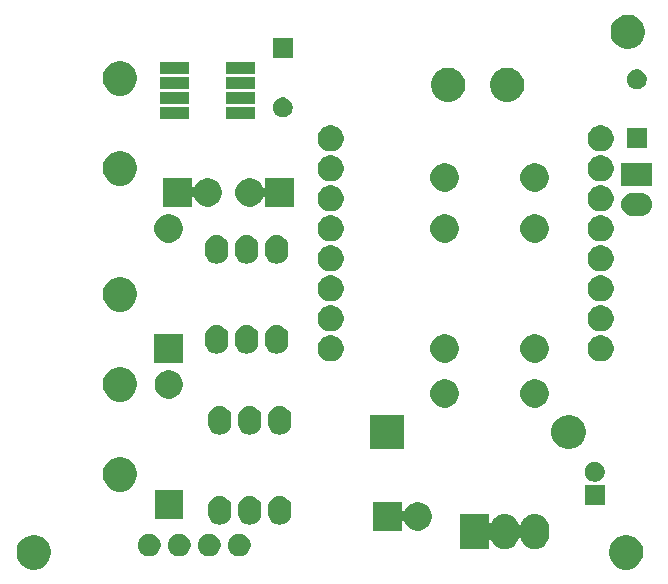
<source format=gbr>
G04 #@! TF.GenerationSoftware,KiCad,Pcbnew,5.0.2-bee76a0~70~ubuntu18.04.1*
G04 #@! TF.CreationDate,2019-09-27T11:54:25+02:00*
G04 #@! TF.ProjectId,Radiateur wemos,52616469-6174-4657-9572-2077656d6f73,rev?*
G04 #@! TF.SameCoordinates,Original*
G04 #@! TF.FileFunction,Soldermask,Top*
G04 #@! TF.FilePolarity,Negative*
%FSLAX46Y46*%
G04 Gerber Fmt 4.6, Leading zero omitted, Abs format (unit mm)*
G04 Created by KiCad (PCBNEW 5.0.2-bee76a0~70~ubuntu18.04.1) date ven. 27 sept. 2019 11:54:25 CEST*
%MOMM*%
%LPD*%
G01*
G04 APERTURE LIST*
%ADD10C,0.100000*%
G04 APERTURE END LIST*
D10*
G36*
X133899947Y-109095722D02*
X134163833Y-109205027D01*
X134401324Y-109363713D01*
X134603287Y-109565676D01*
X134761973Y-109803167D01*
X134871278Y-110067053D01*
X134927000Y-110347186D01*
X134927000Y-110632814D01*
X134871278Y-110912947D01*
X134761973Y-111176833D01*
X134603287Y-111414324D01*
X134401324Y-111616287D01*
X134163833Y-111774973D01*
X133899947Y-111884278D01*
X133619814Y-111940000D01*
X133334186Y-111940000D01*
X133054053Y-111884278D01*
X132790167Y-111774973D01*
X132552676Y-111616287D01*
X132350713Y-111414324D01*
X132192027Y-111176833D01*
X132082722Y-110912947D01*
X132027000Y-110632814D01*
X132027000Y-110347186D01*
X132082722Y-110067053D01*
X132192027Y-109803167D01*
X132350713Y-109565676D01*
X132552676Y-109363713D01*
X132790167Y-109205027D01*
X133054053Y-109095722D01*
X133334186Y-109040000D01*
X133619814Y-109040000D01*
X133899947Y-109095722D01*
X133899947Y-109095722D01*
G37*
G36*
X83734947Y-109095722D02*
X83998833Y-109205027D01*
X84236324Y-109363713D01*
X84438287Y-109565676D01*
X84596973Y-109803167D01*
X84706278Y-110067053D01*
X84762000Y-110347186D01*
X84762000Y-110632814D01*
X84706278Y-110912947D01*
X84596973Y-111176833D01*
X84438287Y-111414324D01*
X84236324Y-111616287D01*
X83998833Y-111774973D01*
X83734947Y-111884278D01*
X83454814Y-111940000D01*
X83169186Y-111940000D01*
X82889053Y-111884278D01*
X82625167Y-111774973D01*
X82387676Y-111616287D01*
X82185713Y-111414324D01*
X82027027Y-111176833D01*
X81917722Y-110912947D01*
X81862000Y-110632814D01*
X81862000Y-110347186D01*
X81917722Y-110067053D01*
X82027027Y-109803167D01*
X82185713Y-109565676D01*
X82387676Y-109363713D01*
X82625167Y-109205027D01*
X82889053Y-109095722D01*
X83169186Y-109040000D01*
X83454814Y-109040000D01*
X83734947Y-109095722D01*
X83734947Y-109095722D01*
G37*
G36*
X93371603Y-108929968D02*
X93371606Y-108929969D01*
X93371605Y-108929969D01*
X93546678Y-109002486D01*
X93546679Y-109002487D01*
X93704241Y-109107767D01*
X93838233Y-109241759D01*
X93838234Y-109241761D01*
X93943514Y-109399322D01*
X93981391Y-109490766D01*
X94016032Y-109574397D01*
X94053000Y-109760250D01*
X94053000Y-109949750D01*
X94016032Y-110135603D01*
X94016031Y-110135605D01*
X93943514Y-110310678D01*
X93943513Y-110310679D01*
X93838233Y-110468241D01*
X93704241Y-110602233D01*
X93658475Y-110632813D01*
X93546678Y-110707514D01*
X93411266Y-110763603D01*
X93371603Y-110780032D01*
X93185750Y-110817000D01*
X92996250Y-110817000D01*
X92810397Y-110780032D01*
X92770734Y-110763603D01*
X92635322Y-110707514D01*
X92523525Y-110632813D01*
X92477759Y-110602233D01*
X92343767Y-110468241D01*
X92238487Y-110310679D01*
X92238486Y-110310678D01*
X92165969Y-110135605D01*
X92165968Y-110135603D01*
X92129000Y-109949750D01*
X92129000Y-109760250D01*
X92165968Y-109574397D01*
X92200609Y-109490766D01*
X92238486Y-109399322D01*
X92343766Y-109241761D01*
X92343767Y-109241759D01*
X92477759Y-109107767D01*
X92635321Y-109002487D01*
X92635322Y-109002486D01*
X92810395Y-108929969D01*
X92810394Y-108929969D01*
X92810397Y-108929968D01*
X92996250Y-108893000D01*
X93185750Y-108893000D01*
X93371603Y-108929968D01*
X93371603Y-108929968D01*
G37*
G36*
X98451603Y-108929968D02*
X98451606Y-108929969D01*
X98451605Y-108929969D01*
X98626678Y-109002486D01*
X98626679Y-109002487D01*
X98784241Y-109107767D01*
X98918233Y-109241759D01*
X98918234Y-109241761D01*
X99023514Y-109399322D01*
X99061391Y-109490766D01*
X99096032Y-109574397D01*
X99133000Y-109760250D01*
X99133000Y-109949750D01*
X99096032Y-110135603D01*
X99096031Y-110135605D01*
X99023514Y-110310678D01*
X99023513Y-110310679D01*
X98918233Y-110468241D01*
X98784241Y-110602233D01*
X98738475Y-110632813D01*
X98626678Y-110707514D01*
X98491266Y-110763603D01*
X98451603Y-110780032D01*
X98265750Y-110817000D01*
X98076250Y-110817000D01*
X97890397Y-110780032D01*
X97850734Y-110763603D01*
X97715322Y-110707514D01*
X97603525Y-110632813D01*
X97557759Y-110602233D01*
X97423767Y-110468241D01*
X97318487Y-110310679D01*
X97318486Y-110310678D01*
X97245969Y-110135605D01*
X97245968Y-110135603D01*
X97209000Y-109949750D01*
X97209000Y-109760250D01*
X97245968Y-109574397D01*
X97280609Y-109490766D01*
X97318486Y-109399322D01*
X97423766Y-109241761D01*
X97423767Y-109241759D01*
X97557759Y-109107767D01*
X97715321Y-109002487D01*
X97715322Y-109002486D01*
X97890395Y-108929969D01*
X97890394Y-108929969D01*
X97890397Y-108929968D01*
X98076250Y-108893000D01*
X98265750Y-108893000D01*
X98451603Y-108929968D01*
X98451603Y-108929968D01*
G37*
G36*
X100991603Y-108929968D02*
X100991606Y-108929969D01*
X100991605Y-108929969D01*
X101166678Y-109002486D01*
X101166679Y-109002487D01*
X101324241Y-109107767D01*
X101458233Y-109241759D01*
X101458234Y-109241761D01*
X101563514Y-109399322D01*
X101601391Y-109490766D01*
X101636032Y-109574397D01*
X101673000Y-109760250D01*
X101673000Y-109949750D01*
X101636032Y-110135603D01*
X101636031Y-110135605D01*
X101563514Y-110310678D01*
X101563513Y-110310679D01*
X101458233Y-110468241D01*
X101324241Y-110602233D01*
X101278475Y-110632813D01*
X101166678Y-110707514D01*
X101031266Y-110763603D01*
X100991603Y-110780032D01*
X100805750Y-110817000D01*
X100616250Y-110817000D01*
X100430397Y-110780032D01*
X100390734Y-110763603D01*
X100255322Y-110707514D01*
X100143525Y-110632813D01*
X100097759Y-110602233D01*
X99963767Y-110468241D01*
X99858487Y-110310679D01*
X99858486Y-110310678D01*
X99785969Y-110135605D01*
X99785968Y-110135603D01*
X99749000Y-109949750D01*
X99749000Y-109760250D01*
X99785968Y-109574397D01*
X99820609Y-109490766D01*
X99858486Y-109399322D01*
X99963766Y-109241761D01*
X99963767Y-109241759D01*
X100097759Y-109107767D01*
X100255321Y-109002487D01*
X100255322Y-109002486D01*
X100430395Y-108929969D01*
X100430394Y-108929969D01*
X100430397Y-108929968D01*
X100616250Y-108893000D01*
X100805750Y-108893000D01*
X100991603Y-108929968D01*
X100991603Y-108929968D01*
G37*
G36*
X95911603Y-108929968D02*
X95911606Y-108929969D01*
X95911605Y-108929969D01*
X96086678Y-109002486D01*
X96086679Y-109002487D01*
X96244241Y-109107767D01*
X96378233Y-109241759D01*
X96378234Y-109241761D01*
X96483514Y-109399322D01*
X96521391Y-109490766D01*
X96556032Y-109574397D01*
X96593000Y-109760250D01*
X96593000Y-109949750D01*
X96556032Y-110135603D01*
X96556031Y-110135605D01*
X96483514Y-110310678D01*
X96483513Y-110310679D01*
X96378233Y-110468241D01*
X96244241Y-110602233D01*
X96198475Y-110632813D01*
X96086678Y-110707514D01*
X95951266Y-110763603D01*
X95911603Y-110780032D01*
X95725750Y-110817000D01*
X95536250Y-110817000D01*
X95350397Y-110780032D01*
X95310734Y-110763603D01*
X95175322Y-110707514D01*
X95063525Y-110632813D01*
X95017759Y-110602233D01*
X94883767Y-110468241D01*
X94778487Y-110310679D01*
X94778486Y-110310678D01*
X94705969Y-110135605D01*
X94705968Y-110135603D01*
X94669000Y-109949750D01*
X94669000Y-109760250D01*
X94705968Y-109574397D01*
X94740609Y-109490766D01*
X94778486Y-109399322D01*
X94883766Y-109241761D01*
X94883767Y-109241759D01*
X95017759Y-109107767D01*
X95175321Y-109002487D01*
X95175322Y-109002486D01*
X95350395Y-108929969D01*
X95350394Y-108929969D01*
X95350397Y-108929968D01*
X95536250Y-108893000D01*
X95725750Y-108893000D01*
X95911603Y-108929968D01*
X95911603Y-108929968D01*
G37*
G36*
X125965240Y-107229363D02*
X126191441Y-107297981D01*
X126191443Y-107297982D01*
X126191446Y-107297983D01*
X126399905Y-107409406D01*
X126399908Y-107409408D01*
X126399909Y-107409409D01*
X126582634Y-107559366D01*
X126582635Y-107559368D01*
X126582637Y-107559369D01*
X126732592Y-107742090D01*
X126844017Y-107950553D01*
X126844017Y-107950554D01*
X126844019Y-107950558D01*
X126912637Y-108176759D01*
X126930000Y-108353050D01*
X126930000Y-109070949D01*
X126912637Y-109247240D01*
X126887250Y-109330929D01*
X126844018Y-109473446D01*
X126732592Y-109681910D01*
X126582634Y-109864634D01*
X126399910Y-110014592D01*
X126191447Y-110126017D01*
X126191444Y-110126018D01*
X126191442Y-110126019D01*
X125965241Y-110194637D01*
X125730000Y-110217806D01*
X125494760Y-110194637D01*
X125268559Y-110126019D01*
X125268557Y-110126018D01*
X125268554Y-110126017D01*
X125060091Y-110014592D01*
X124877367Y-109864634D01*
X124727408Y-109681910D01*
X124615982Y-109473446D01*
X124593497Y-109399322D01*
X124579616Y-109353565D01*
X124570240Y-109330929D01*
X124556626Y-109310555D01*
X124539299Y-109293228D01*
X124518925Y-109279614D01*
X124496286Y-109270236D01*
X124472252Y-109265456D01*
X124447748Y-109265456D01*
X124423715Y-109270236D01*
X124401075Y-109279614D01*
X124380701Y-109293228D01*
X124363374Y-109310555D01*
X124349760Y-109330929D01*
X124340383Y-109353567D01*
X124337305Y-109363713D01*
X124304018Y-109473446D01*
X124192592Y-109681910D01*
X124042634Y-109864634D01*
X123859910Y-110014592D01*
X123651447Y-110126017D01*
X123651444Y-110126018D01*
X123651442Y-110126019D01*
X123425241Y-110194637D01*
X123190000Y-110217806D01*
X122954760Y-110194637D01*
X122728559Y-110126019D01*
X122728557Y-110126018D01*
X122728554Y-110126017D01*
X122520091Y-110014592D01*
X122337367Y-109864634D01*
X122187408Y-109681910D01*
X122085240Y-109490766D01*
X122071626Y-109470391D01*
X122054299Y-109453064D01*
X122033925Y-109439450D01*
X122011286Y-109430073D01*
X121987252Y-109425292D01*
X121962748Y-109425292D01*
X121938715Y-109430072D01*
X121916076Y-109439450D01*
X121895701Y-109453064D01*
X121878374Y-109470391D01*
X121864760Y-109490765D01*
X121855383Y-109513404D01*
X121850602Y-109537438D01*
X121850000Y-109549690D01*
X121850000Y-110212000D01*
X119450000Y-110212000D01*
X119450000Y-107212000D01*
X121850000Y-107212000D01*
X121850000Y-107874311D01*
X121852402Y-107898697D01*
X121859515Y-107922146D01*
X121871066Y-107943757D01*
X121886612Y-107962699D01*
X121905554Y-107978245D01*
X121927165Y-107989796D01*
X121950614Y-107996909D01*
X121975000Y-107999311D01*
X121999386Y-107996909D01*
X122022835Y-107989796D01*
X122044446Y-107978245D01*
X122063388Y-107962699D01*
X122078934Y-107943757D01*
X122085240Y-107933235D01*
X122187406Y-107742095D01*
X122228305Y-107692259D01*
X122337366Y-107559366D01*
X122337368Y-107559365D01*
X122337369Y-107559363D01*
X122520090Y-107409408D01*
X122728553Y-107297983D01*
X122728556Y-107297982D01*
X122728558Y-107297981D01*
X122954759Y-107229363D01*
X123190000Y-107206194D01*
X123425240Y-107229363D01*
X123651441Y-107297981D01*
X123651443Y-107297982D01*
X123651446Y-107297983D01*
X123859905Y-107409406D01*
X123859908Y-107409408D01*
X123859909Y-107409409D01*
X124042634Y-107559366D01*
X124042635Y-107559368D01*
X124042637Y-107559369D01*
X124192592Y-107742090D01*
X124304018Y-107950554D01*
X124307702Y-107962699D01*
X124340384Y-108070435D01*
X124349760Y-108093071D01*
X124363374Y-108113445D01*
X124380701Y-108130772D01*
X124401075Y-108144386D01*
X124423714Y-108153764D01*
X124447748Y-108158544D01*
X124472252Y-108158544D01*
X124496285Y-108153764D01*
X124518925Y-108144386D01*
X124539299Y-108130772D01*
X124556626Y-108113445D01*
X124570240Y-108093071D01*
X124579617Y-108070432D01*
X124615980Y-107950559D01*
X124727406Y-107742095D01*
X124768305Y-107692259D01*
X124877366Y-107559366D01*
X124877368Y-107559365D01*
X124877369Y-107559363D01*
X125060090Y-107409408D01*
X125268553Y-107297983D01*
X125268556Y-107297982D01*
X125268558Y-107297981D01*
X125494759Y-107229363D01*
X125730000Y-107206194D01*
X125965240Y-107229363D01*
X125965240Y-107229363D01*
G37*
G36*
X114484000Y-106912877D02*
X114486402Y-106937263D01*
X114493515Y-106960712D01*
X114505066Y-106982323D01*
X114520612Y-107001265D01*
X114539554Y-107016811D01*
X114561165Y-107028362D01*
X114584614Y-107035475D01*
X114609000Y-107037877D01*
X114633386Y-107035475D01*
X114656835Y-107028362D01*
X114678446Y-107016811D01*
X114697388Y-107001265D01*
X114712934Y-106982323D01*
X114724485Y-106960712D01*
X114760573Y-106873588D01*
X114891901Y-106677042D01*
X115059042Y-106509901D01*
X115255588Y-106378573D01*
X115473974Y-106288115D01*
X115705809Y-106242000D01*
X115942191Y-106242000D01*
X116174026Y-106288115D01*
X116392412Y-106378573D01*
X116588958Y-106509901D01*
X116756099Y-106677042D01*
X116887427Y-106873588D01*
X116977885Y-107091974D01*
X117024000Y-107323809D01*
X117024000Y-107560191D01*
X116977885Y-107792026D01*
X116887427Y-108010412D01*
X116756099Y-108206958D01*
X116588958Y-108374099D01*
X116392412Y-108505427D01*
X116174026Y-108595885D01*
X115942191Y-108642000D01*
X115705809Y-108642000D01*
X115473974Y-108595885D01*
X115255588Y-108505427D01*
X115059042Y-108374099D01*
X114891901Y-108206958D01*
X114760573Y-108010412D01*
X114724485Y-107923288D01*
X114712934Y-107901677D01*
X114697388Y-107882735D01*
X114678446Y-107867189D01*
X114656835Y-107855638D01*
X114633386Y-107848525D01*
X114609000Y-107846123D01*
X114584614Y-107848525D01*
X114561165Y-107855638D01*
X114539554Y-107867189D01*
X114520612Y-107882735D01*
X114505066Y-107901677D01*
X114493515Y-107923288D01*
X114486402Y-107946737D01*
X114484000Y-107971123D01*
X114484000Y-108642000D01*
X112084000Y-108642000D01*
X112084000Y-106242000D01*
X114484000Y-106242000D01*
X114484000Y-106912877D01*
X114484000Y-106912877D01*
G37*
G36*
X99256029Y-105748469D02*
X99256032Y-105748470D01*
X99256033Y-105748470D01*
X99444534Y-105805651D01*
X99444536Y-105805652D01*
X99444539Y-105805653D01*
X99618258Y-105898507D01*
X99770528Y-106023472D01*
X99895491Y-106175740D01*
X99895492Y-106175742D01*
X99988349Y-106349465D01*
X100038260Y-106514000D01*
X100045531Y-106537970D01*
X100060000Y-106684876D01*
X100060000Y-107183123D01*
X100045531Y-107330029D01*
X100045530Y-107330032D01*
X100045530Y-107330033D01*
X99988349Y-107518535D01*
X99988347Y-107518539D01*
X99895493Y-107692258D01*
X99770528Y-107844528D01*
X99618260Y-107969491D01*
X99562471Y-107999311D01*
X99444535Y-108062349D01*
X99256034Y-108119530D01*
X99256033Y-108119530D01*
X99256030Y-108119531D01*
X99060000Y-108138838D01*
X98863971Y-108119531D01*
X98863968Y-108119530D01*
X98863967Y-108119530D01*
X98675466Y-108062349D01*
X98557530Y-107999311D01*
X98501741Y-107969491D01*
X98349473Y-107844528D01*
X98224509Y-107692259D01*
X98131652Y-107518537D01*
X98074469Y-107330030D01*
X98060000Y-107183124D01*
X98060000Y-106684877D01*
X98074469Y-106537971D01*
X98074470Y-106537967D01*
X98131651Y-106349466D01*
X98131652Y-106349464D01*
X98131653Y-106349461D01*
X98224507Y-106175742D01*
X98349472Y-106023472D01*
X98501740Y-105898509D01*
X98675463Y-105805652D01*
X98675465Y-105805651D01*
X98863966Y-105748470D01*
X98863967Y-105748470D01*
X98863970Y-105748469D01*
X99060000Y-105729162D01*
X99256029Y-105748469D01*
X99256029Y-105748469D01*
G37*
G36*
X101796029Y-105748469D02*
X101796032Y-105748470D01*
X101796033Y-105748470D01*
X101984534Y-105805651D01*
X101984536Y-105805652D01*
X101984539Y-105805653D01*
X102158258Y-105898507D01*
X102310528Y-106023472D01*
X102435491Y-106175740D01*
X102435492Y-106175742D01*
X102528349Y-106349465D01*
X102578260Y-106514000D01*
X102585531Y-106537970D01*
X102600000Y-106684876D01*
X102600000Y-107183123D01*
X102585531Y-107330029D01*
X102585530Y-107330032D01*
X102585530Y-107330033D01*
X102528349Y-107518535D01*
X102528347Y-107518539D01*
X102435493Y-107692258D01*
X102310528Y-107844528D01*
X102158260Y-107969491D01*
X102102471Y-107999311D01*
X101984535Y-108062349D01*
X101796034Y-108119530D01*
X101796033Y-108119530D01*
X101796030Y-108119531D01*
X101600000Y-108138838D01*
X101403971Y-108119531D01*
X101403968Y-108119530D01*
X101403967Y-108119530D01*
X101215466Y-108062349D01*
X101097530Y-107999311D01*
X101041741Y-107969491D01*
X100889473Y-107844528D01*
X100764509Y-107692259D01*
X100671652Y-107518537D01*
X100614469Y-107330030D01*
X100600000Y-107183124D01*
X100600000Y-106684877D01*
X100614469Y-106537971D01*
X100614470Y-106537967D01*
X100671651Y-106349466D01*
X100671652Y-106349464D01*
X100671653Y-106349461D01*
X100764507Y-106175742D01*
X100889472Y-106023472D01*
X101041740Y-105898509D01*
X101215463Y-105805652D01*
X101215465Y-105805651D01*
X101403966Y-105748470D01*
X101403967Y-105748470D01*
X101403970Y-105748469D01*
X101600000Y-105729162D01*
X101796029Y-105748469D01*
X101796029Y-105748469D01*
G37*
G36*
X104336029Y-105748469D02*
X104336032Y-105748470D01*
X104336033Y-105748470D01*
X104524534Y-105805651D01*
X104524536Y-105805652D01*
X104524539Y-105805653D01*
X104698258Y-105898507D01*
X104850528Y-106023472D01*
X104975491Y-106175740D01*
X104975492Y-106175742D01*
X105068349Y-106349465D01*
X105118260Y-106514000D01*
X105125531Y-106537970D01*
X105140000Y-106684876D01*
X105140000Y-107183123D01*
X105125531Y-107330029D01*
X105125530Y-107330032D01*
X105125530Y-107330033D01*
X105068349Y-107518535D01*
X105068347Y-107518539D01*
X104975493Y-107692258D01*
X104850528Y-107844528D01*
X104698260Y-107969491D01*
X104642471Y-107999311D01*
X104524535Y-108062349D01*
X104336034Y-108119530D01*
X104336033Y-108119530D01*
X104336030Y-108119531D01*
X104140000Y-108138838D01*
X103943971Y-108119531D01*
X103943968Y-108119530D01*
X103943967Y-108119530D01*
X103755466Y-108062349D01*
X103637530Y-107999311D01*
X103581741Y-107969491D01*
X103429473Y-107844528D01*
X103304509Y-107692259D01*
X103211652Y-107518537D01*
X103154469Y-107330030D01*
X103140000Y-107183124D01*
X103140000Y-106684877D01*
X103154469Y-106537971D01*
X103154470Y-106537967D01*
X103211651Y-106349466D01*
X103211652Y-106349464D01*
X103211653Y-106349461D01*
X103304507Y-106175742D01*
X103429472Y-106023472D01*
X103581740Y-105898509D01*
X103755463Y-105805652D01*
X103755465Y-105805651D01*
X103943966Y-105748470D01*
X103943967Y-105748470D01*
X103943970Y-105748469D01*
X104140000Y-105729162D01*
X104336029Y-105748469D01*
X104336029Y-105748469D01*
G37*
G36*
X95946570Y-107625490D02*
X93547590Y-107625490D01*
X93547590Y-105226510D01*
X95946570Y-105226510D01*
X95946570Y-107625490D01*
X95946570Y-107625490D01*
G37*
G36*
X131660000Y-106514000D02*
X129960000Y-106514000D01*
X129960000Y-104814000D01*
X131660000Y-104814000D01*
X131660000Y-106514000D01*
X131660000Y-106514000D01*
G37*
G36*
X91036947Y-102491722D02*
X91300833Y-102601027D01*
X91538324Y-102759713D01*
X91740287Y-102961676D01*
X91898973Y-103199167D01*
X92008278Y-103463053D01*
X92064000Y-103743186D01*
X92064000Y-104028814D01*
X92008278Y-104308947D01*
X91898973Y-104572833D01*
X91740287Y-104810324D01*
X91538324Y-105012287D01*
X91300833Y-105170973D01*
X91036947Y-105280278D01*
X90756814Y-105336000D01*
X90471186Y-105336000D01*
X90191053Y-105280278D01*
X89927167Y-105170973D01*
X89689676Y-105012287D01*
X89487713Y-104810324D01*
X89329027Y-104572833D01*
X89219722Y-104308947D01*
X89164000Y-104028814D01*
X89164000Y-103743186D01*
X89219722Y-103463053D01*
X89329027Y-103199167D01*
X89487713Y-102961676D01*
X89689676Y-102759713D01*
X89927167Y-102601027D01*
X90191053Y-102491722D01*
X90471186Y-102436000D01*
X90756814Y-102436000D01*
X91036947Y-102491722D01*
X91036947Y-102491722D01*
G37*
G36*
X131057934Y-102846664D02*
X131212627Y-102910740D01*
X131351847Y-103003764D01*
X131470236Y-103122153D01*
X131563260Y-103261373D01*
X131627336Y-103416066D01*
X131660000Y-103580281D01*
X131660000Y-103747719D01*
X131627336Y-103911934D01*
X131563260Y-104066627D01*
X131470236Y-104205847D01*
X131351847Y-104324236D01*
X131212627Y-104417260D01*
X131057934Y-104481336D01*
X130893719Y-104514000D01*
X130726281Y-104514000D01*
X130562066Y-104481336D01*
X130407373Y-104417260D01*
X130268153Y-104324236D01*
X130149764Y-104205847D01*
X130056740Y-104066627D01*
X129992664Y-103911934D01*
X129960000Y-103747719D01*
X129960000Y-103580281D01*
X129992664Y-103416066D01*
X130056740Y-103261373D01*
X130149764Y-103122153D01*
X130268153Y-103003764D01*
X130407373Y-102910740D01*
X130562066Y-102846664D01*
X130726281Y-102814000D01*
X130893719Y-102814000D01*
X131057934Y-102846664D01*
X131057934Y-102846664D01*
G37*
G36*
X129026947Y-98903722D02*
X129290833Y-99013027D01*
X129528324Y-99171713D01*
X129730287Y-99373676D01*
X129888973Y-99611167D01*
X129998278Y-99875053D01*
X130054000Y-100155186D01*
X130054000Y-100440814D01*
X129998278Y-100720947D01*
X129888973Y-100984833D01*
X129730287Y-101222324D01*
X129528324Y-101424287D01*
X129290833Y-101582973D01*
X129026947Y-101692278D01*
X128746814Y-101748000D01*
X128461186Y-101748000D01*
X128181053Y-101692278D01*
X127917167Y-101582973D01*
X127679676Y-101424287D01*
X127477713Y-101222324D01*
X127319027Y-100984833D01*
X127209722Y-100720947D01*
X127154000Y-100440814D01*
X127154000Y-100155186D01*
X127209722Y-99875053D01*
X127319027Y-99611167D01*
X127477713Y-99373676D01*
X127679676Y-99171713D01*
X127917167Y-99013027D01*
X128181053Y-98903722D01*
X128461186Y-98848000D01*
X128746814Y-98848000D01*
X129026947Y-98903722D01*
X129026947Y-98903722D01*
G37*
G36*
X114654000Y-101748000D02*
X111754000Y-101748000D01*
X111754000Y-98848000D01*
X114654000Y-98848000D01*
X114654000Y-101748000D01*
X114654000Y-101748000D01*
G37*
G36*
X104336029Y-98128469D02*
X104336032Y-98128470D01*
X104336033Y-98128470D01*
X104524534Y-98185651D01*
X104524536Y-98185652D01*
X104524539Y-98185653D01*
X104698258Y-98278507D01*
X104850528Y-98403472D01*
X104975491Y-98555740D01*
X105068348Y-98729463D01*
X105125531Y-98917970D01*
X105140000Y-99064876D01*
X105140000Y-99563123D01*
X105125531Y-99710029D01*
X105125530Y-99710032D01*
X105125530Y-99710033D01*
X105068349Y-99898535D01*
X105068347Y-99898539D01*
X104975493Y-100072258D01*
X104850528Y-100224528D01*
X104698260Y-100349491D01*
X104698258Y-100349492D01*
X104524535Y-100442349D01*
X104336034Y-100499530D01*
X104336033Y-100499530D01*
X104336030Y-100499531D01*
X104140000Y-100518838D01*
X103943971Y-100499531D01*
X103943968Y-100499530D01*
X103943967Y-100499530D01*
X103755466Y-100442349D01*
X103581743Y-100349492D01*
X103581741Y-100349491D01*
X103429473Y-100224528D01*
X103304509Y-100072259D01*
X103211652Y-99898537D01*
X103204528Y-99875051D01*
X103154470Y-99710034D01*
X103154470Y-99710033D01*
X103154469Y-99710030D01*
X103140000Y-99563124D01*
X103140000Y-99064877D01*
X103154469Y-98917971D01*
X103154470Y-98917967D01*
X103211651Y-98729466D01*
X103211652Y-98729464D01*
X103211653Y-98729461D01*
X103304507Y-98555742D01*
X103429472Y-98403472D01*
X103581740Y-98278509D01*
X103755463Y-98185652D01*
X103755465Y-98185651D01*
X103943966Y-98128470D01*
X103943967Y-98128470D01*
X103943970Y-98128469D01*
X104140000Y-98109162D01*
X104336029Y-98128469D01*
X104336029Y-98128469D01*
G37*
G36*
X99256029Y-98128469D02*
X99256032Y-98128470D01*
X99256033Y-98128470D01*
X99444534Y-98185651D01*
X99444536Y-98185652D01*
X99444539Y-98185653D01*
X99618258Y-98278507D01*
X99770528Y-98403472D01*
X99895491Y-98555740D01*
X99988348Y-98729463D01*
X100045531Y-98917970D01*
X100060000Y-99064876D01*
X100060000Y-99563123D01*
X100045531Y-99710029D01*
X100045530Y-99710032D01*
X100045530Y-99710033D01*
X99988349Y-99898535D01*
X99988347Y-99898539D01*
X99895493Y-100072258D01*
X99770528Y-100224528D01*
X99618260Y-100349491D01*
X99618258Y-100349492D01*
X99444535Y-100442349D01*
X99256034Y-100499530D01*
X99256033Y-100499530D01*
X99256030Y-100499531D01*
X99060000Y-100518838D01*
X98863971Y-100499531D01*
X98863968Y-100499530D01*
X98863967Y-100499530D01*
X98675466Y-100442349D01*
X98501743Y-100349492D01*
X98501741Y-100349491D01*
X98349473Y-100224528D01*
X98224509Y-100072259D01*
X98131652Y-99898537D01*
X98124528Y-99875051D01*
X98074470Y-99710034D01*
X98074470Y-99710033D01*
X98074469Y-99710030D01*
X98060000Y-99563124D01*
X98060000Y-99064877D01*
X98074469Y-98917971D01*
X98074470Y-98917967D01*
X98131651Y-98729466D01*
X98131652Y-98729464D01*
X98131653Y-98729461D01*
X98224507Y-98555742D01*
X98349472Y-98403472D01*
X98501740Y-98278509D01*
X98675463Y-98185652D01*
X98675465Y-98185651D01*
X98863966Y-98128470D01*
X98863967Y-98128470D01*
X98863970Y-98128469D01*
X99060000Y-98109162D01*
X99256029Y-98128469D01*
X99256029Y-98128469D01*
G37*
G36*
X101796029Y-98128469D02*
X101796032Y-98128470D01*
X101796033Y-98128470D01*
X101984534Y-98185651D01*
X101984536Y-98185652D01*
X101984539Y-98185653D01*
X102158258Y-98278507D01*
X102310528Y-98403472D01*
X102435491Y-98555740D01*
X102528348Y-98729463D01*
X102585531Y-98917970D01*
X102600000Y-99064876D01*
X102600000Y-99563123D01*
X102585531Y-99710029D01*
X102585530Y-99710032D01*
X102585530Y-99710033D01*
X102528349Y-99898535D01*
X102528347Y-99898539D01*
X102435493Y-100072258D01*
X102310528Y-100224528D01*
X102158260Y-100349491D01*
X102158258Y-100349492D01*
X101984535Y-100442349D01*
X101796034Y-100499530D01*
X101796033Y-100499530D01*
X101796030Y-100499531D01*
X101600000Y-100518838D01*
X101403971Y-100499531D01*
X101403968Y-100499530D01*
X101403967Y-100499530D01*
X101215466Y-100442349D01*
X101041743Y-100349492D01*
X101041741Y-100349491D01*
X100889473Y-100224528D01*
X100764509Y-100072259D01*
X100671652Y-99898537D01*
X100664528Y-99875051D01*
X100614470Y-99710034D01*
X100614470Y-99710033D01*
X100614469Y-99710030D01*
X100600000Y-99563124D01*
X100600000Y-99064877D01*
X100614469Y-98917971D01*
X100614470Y-98917967D01*
X100671651Y-98729466D01*
X100671652Y-98729464D01*
X100671653Y-98729461D01*
X100764507Y-98555742D01*
X100889472Y-98403472D01*
X101041740Y-98278509D01*
X101215463Y-98185652D01*
X101215465Y-98185651D01*
X101403966Y-98128470D01*
X101403967Y-98128470D01*
X101403970Y-98128469D01*
X101600000Y-98109162D01*
X101796029Y-98128469D01*
X101796029Y-98128469D01*
G37*
G36*
X118459876Y-95874605D02*
X118678172Y-95965026D01*
X118874633Y-96096297D01*
X119041703Y-96263367D01*
X119172974Y-96459828D01*
X119263395Y-96678124D01*
X119309490Y-96909859D01*
X119309490Y-97146141D01*
X119263395Y-97377876D01*
X119172974Y-97596172D01*
X119041703Y-97792633D01*
X118874633Y-97959703D01*
X118678172Y-98090974D01*
X118459876Y-98181395D01*
X118228141Y-98227490D01*
X117991859Y-98227490D01*
X117760124Y-98181395D01*
X117541828Y-98090974D01*
X117345367Y-97959703D01*
X117178297Y-97792633D01*
X117047026Y-97596172D01*
X116956605Y-97377876D01*
X116910510Y-97146141D01*
X116910510Y-96909859D01*
X116956605Y-96678124D01*
X117047026Y-96459828D01*
X117178297Y-96263367D01*
X117345367Y-96096297D01*
X117541828Y-95965026D01*
X117760124Y-95874605D01*
X117991859Y-95828510D01*
X118228141Y-95828510D01*
X118459876Y-95874605D01*
X118459876Y-95874605D01*
G37*
G36*
X126079876Y-95874605D02*
X126298172Y-95965026D01*
X126494633Y-96096297D01*
X126661703Y-96263367D01*
X126792974Y-96459828D01*
X126883395Y-96678124D01*
X126929490Y-96909859D01*
X126929490Y-97146141D01*
X126883395Y-97377876D01*
X126792974Y-97596172D01*
X126661703Y-97792633D01*
X126494633Y-97959703D01*
X126298172Y-98090974D01*
X126079876Y-98181395D01*
X125848141Y-98227490D01*
X125611859Y-98227490D01*
X125380124Y-98181395D01*
X125161828Y-98090974D01*
X124965367Y-97959703D01*
X124798297Y-97792633D01*
X124667026Y-97596172D01*
X124576605Y-97377876D01*
X124530510Y-97146141D01*
X124530510Y-96909859D01*
X124576605Y-96678124D01*
X124667026Y-96459828D01*
X124798297Y-96263367D01*
X124965367Y-96096297D01*
X125161828Y-95965026D01*
X125380124Y-95874605D01*
X125611859Y-95828510D01*
X125848141Y-95828510D01*
X126079876Y-95874605D01*
X126079876Y-95874605D01*
G37*
G36*
X91036947Y-94871722D02*
X91300833Y-94981027D01*
X91538324Y-95139713D01*
X91740287Y-95341676D01*
X91898973Y-95579167D01*
X92008278Y-95843053D01*
X92064000Y-96123186D01*
X92064000Y-96408814D01*
X92008278Y-96688947D01*
X91898973Y-96952833D01*
X91740287Y-97190324D01*
X91538324Y-97392287D01*
X91300833Y-97550973D01*
X91036947Y-97660278D01*
X90756814Y-97716000D01*
X90471186Y-97716000D01*
X90191053Y-97660278D01*
X89927167Y-97550973D01*
X89689676Y-97392287D01*
X89487713Y-97190324D01*
X89329027Y-96952833D01*
X89219722Y-96688947D01*
X89164000Y-96408814D01*
X89164000Y-96123186D01*
X89219722Y-95843053D01*
X89329027Y-95579167D01*
X89487713Y-95341676D01*
X89689676Y-95139713D01*
X89927167Y-94981027D01*
X90191053Y-94871722D01*
X90471186Y-94816000D01*
X90756814Y-94816000D01*
X91036947Y-94871722D01*
X91036947Y-94871722D01*
G37*
G36*
X95096956Y-95112605D02*
X95315252Y-95203026D01*
X95511713Y-95334297D01*
X95678783Y-95501367D01*
X95810054Y-95697828D01*
X95900475Y-95916124D01*
X95946570Y-96147859D01*
X95946570Y-96384141D01*
X95900475Y-96615876D01*
X95810054Y-96834172D01*
X95678783Y-97030633D01*
X95511713Y-97197703D01*
X95315252Y-97328974D01*
X95096956Y-97419395D01*
X94865221Y-97465490D01*
X94628939Y-97465490D01*
X94397204Y-97419395D01*
X94178908Y-97328974D01*
X93982447Y-97197703D01*
X93815377Y-97030633D01*
X93684106Y-96834172D01*
X93593685Y-96615876D01*
X93547590Y-96384141D01*
X93547590Y-96147859D01*
X93593685Y-95916124D01*
X93684106Y-95697828D01*
X93815377Y-95501367D01*
X93982447Y-95334297D01*
X94178908Y-95203026D01*
X94397204Y-95112605D01*
X94628939Y-95066510D01*
X94865221Y-95066510D01*
X95096956Y-95112605D01*
X95096956Y-95112605D01*
G37*
G36*
X118459876Y-92064605D02*
X118678172Y-92155026D01*
X118874633Y-92286297D01*
X119041703Y-92453367D01*
X119172974Y-92649828D01*
X119263395Y-92868124D01*
X119309490Y-93099859D01*
X119309490Y-93336141D01*
X119263395Y-93567876D01*
X119172974Y-93786172D01*
X119041703Y-93982633D01*
X118874633Y-94149703D01*
X118678172Y-94280974D01*
X118459876Y-94371395D01*
X118228141Y-94417490D01*
X117991859Y-94417490D01*
X117760124Y-94371395D01*
X117541828Y-94280974D01*
X117345367Y-94149703D01*
X117178297Y-93982633D01*
X117047026Y-93786172D01*
X116956605Y-93567876D01*
X116910510Y-93336141D01*
X116910510Y-93099859D01*
X116956605Y-92868124D01*
X117047026Y-92649828D01*
X117178297Y-92453367D01*
X117345367Y-92286297D01*
X117541828Y-92155026D01*
X117760124Y-92064605D01*
X117991859Y-92018510D01*
X118228141Y-92018510D01*
X118459876Y-92064605D01*
X118459876Y-92064605D01*
G37*
G36*
X126079876Y-92064605D02*
X126298172Y-92155026D01*
X126494633Y-92286297D01*
X126661703Y-92453367D01*
X126792974Y-92649828D01*
X126883395Y-92868124D01*
X126929490Y-93099859D01*
X126929490Y-93336141D01*
X126883395Y-93567876D01*
X126792974Y-93786172D01*
X126661703Y-93982633D01*
X126494633Y-94149703D01*
X126298172Y-94280974D01*
X126079876Y-94371395D01*
X125848141Y-94417490D01*
X125611859Y-94417490D01*
X125380124Y-94371395D01*
X125161828Y-94280974D01*
X124965367Y-94149703D01*
X124798297Y-93982633D01*
X124667026Y-93786172D01*
X124576605Y-93567876D01*
X124530510Y-93336141D01*
X124530510Y-93099859D01*
X124576605Y-92868124D01*
X124667026Y-92649828D01*
X124798297Y-92453367D01*
X124965367Y-92286297D01*
X125161828Y-92155026D01*
X125380124Y-92064605D01*
X125611859Y-92018510D01*
X125848141Y-92018510D01*
X126079876Y-92064605D01*
X126079876Y-92064605D01*
G37*
G36*
X95933870Y-94417490D02*
X93534890Y-94417490D01*
X93534890Y-92018510D01*
X95933870Y-92018510D01*
X95933870Y-94417490D01*
X95933870Y-94417490D01*
G37*
G36*
X108778857Y-92160272D02*
X108979042Y-92243191D01*
X108979045Y-92243193D01*
X109043555Y-92286297D01*
X109159213Y-92363578D01*
X109312422Y-92516787D01*
X109432809Y-92696958D01*
X109515728Y-92897143D01*
X109558000Y-93109658D01*
X109558000Y-93326342D01*
X109515728Y-93538857D01*
X109432809Y-93739042D01*
X109312422Y-93919213D01*
X109159213Y-94072422D01*
X109159210Y-94072424D01*
X109159209Y-94072425D01*
X108979045Y-94192807D01*
X108979042Y-94192809D01*
X108778857Y-94275728D01*
X108566342Y-94318000D01*
X108349658Y-94318000D01*
X108137143Y-94275728D01*
X107936958Y-94192809D01*
X107936955Y-94192807D01*
X107756791Y-94072425D01*
X107756790Y-94072424D01*
X107756787Y-94072422D01*
X107603578Y-93919213D01*
X107483191Y-93739042D01*
X107400272Y-93538857D01*
X107358000Y-93326342D01*
X107358000Y-93109658D01*
X107400272Y-92897143D01*
X107483191Y-92696958D01*
X107603578Y-92516787D01*
X107756787Y-92363578D01*
X107872446Y-92286297D01*
X107936955Y-92243193D01*
X107936958Y-92243191D01*
X108137143Y-92160272D01*
X108349658Y-92118000D01*
X108566342Y-92118000D01*
X108778857Y-92160272D01*
X108778857Y-92160272D01*
G37*
G36*
X131638857Y-92160272D02*
X131839042Y-92243191D01*
X131839045Y-92243193D01*
X131903555Y-92286297D01*
X132019213Y-92363578D01*
X132172422Y-92516787D01*
X132292809Y-92696958D01*
X132375728Y-92897143D01*
X132418000Y-93109658D01*
X132418000Y-93326342D01*
X132375728Y-93538857D01*
X132292809Y-93739042D01*
X132172422Y-93919213D01*
X132019213Y-94072422D01*
X132019210Y-94072424D01*
X132019209Y-94072425D01*
X131839045Y-94192807D01*
X131839042Y-94192809D01*
X131638857Y-94275728D01*
X131426342Y-94318000D01*
X131209658Y-94318000D01*
X130997143Y-94275728D01*
X130796958Y-94192809D01*
X130796955Y-94192807D01*
X130616791Y-94072425D01*
X130616790Y-94072424D01*
X130616787Y-94072422D01*
X130463578Y-93919213D01*
X130343191Y-93739042D01*
X130260272Y-93538857D01*
X130218000Y-93326342D01*
X130218000Y-93109658D01*
X130260272Y-92897143D01*
X130343191Y-92696958D01*
X130463578Y-92516787D01*
X130616787Y-92363578D01*
X130732446Y-92286297D01*
X130796955Y-92243193D01*
X130796958Y-92243191D01*
X130997143Y-92160272D01*
X131209658Y-92118000D01*
X131426342Y-92118000D01*
X131638857Y-92160272D01*
X131638857Y-92160272D01*
G37*
G36*
X99002029Y-91270469D02*
X99002032Y-91270470D01*
X99002033Y-91270470D01*
X99190534Y-91327651D01*
X99190536Y-91327652D01*
X99190539Y-91327653D01*
X99364258Y-91420507D01*
X99516528Y-91545472D01*
X99641491Y-91697740D01*
X99734348Y-91871463D01*
X99791531Y-92059970D01*
X99806000Y-92206876D01*
X99806000Y-92705123D01*
X99791531Y-92852029D01*
X99791530Y-92852032D01*
X99791530Y-92852033D01*
X99734349Y-93040535D01*
X99734347Y-93040539D01*
X99641493Y-93214258D01*
X99516528Y-93366528D01*
X99364260Y-93491491D01*
X99275643Y-93538858D01*
X99190535Y-93584349D01*
X99002034Y-93641530D01*
X99002033Y-93641530D01*
X99002030Y-93641531D01*
X98806000Y-93660838D01*
X98609971Y-93641531D01*
X98609968Y-93641530D01*
X98609967Y-93641530D01*
X98421466Y-93584349D01*
X98336358Y-93538858D01*
X98247741Y-93491491D01*
X98095473Y-93366528D01*
X97970509Y-93214259D01*
X97877652Y-93040537D01*
X97834154Y-92897142D01*
X97820470Y-92852034D01*
X97820470Y-92852033D01*
X97820469Y-92852030D01*
X97806000Y-92705124D01*
X97806000Y-92206877D01*
X97820469Y-92059971D01*
X97820470Y-92059967D01*
X97877651Y-91871466D01*
X97877652Y-91871464D01*
X97877653Y-91871461D01*
X97970507Y-91697742D01*
X98095472Y-91545472D01*
X98247740Y-91420509D01*
X98421463Y-91327652D01*
X98421465Y-91327651D01*
X98609966Y-91270470D01*
X98609967Y-91270470D01*
X98609970Y-91270469D01*
X98806000Y-91251162D01*
X99002029Y-91270469D01*
X99002029Y-91270469D01*
G37*
G36*
X101542029Y-91270469D02*
X101542032Y-91270470D01*
X101542033Y-91270470D01*
X101730534Y-91327651D01*
X101730536Y-91327652D01*
X101730539Y-91327653D01*
X101904258Y-91420507D01*
X102056528Y-91545472D01*
X102181491Y-91697740D01*
X102274348Y-91871463D01*
X102331531Y-92059970D01*
X102346000Y-92206876D01*
X102346000Y-92705123D01*
X102331531Y-92852029D01*
X102331530Y-92852032D01*
X102331530Y-92852033D01*
X102274349Y-93040535D01*
X102274347Y-93040539D01*
X102181493Y-93214258D01*
X102056528Y-93366528D01*
X101904260Y-93491491D01*
X101815643Y-93538858D01*
X101730535Y-93584349D01*
X101542034Y-93641530D01*
X101542033Y-93641530D01*
X101542030Y-93641531D01*
X101346000Y-93660838D01*
X101149971Y-93641531D01*
X101149968Y-93641530D01*
X101149967Y-93641530D01*
X100961466Y-93584349D01*
X100876358Y-93538858D01*
X100787741Y-93491491D01*
X100635473Y-93366528D01*
X100510509Y-93214259D01*
X100417652Y-93040537D01*
X100374154Y-92897142D01*
X100360470Y-92852034D01*
X100360470Y-92852033D01*
X100360469Y-92852030D01*
X100346000Y-92705124D01*
X100346000Y-92206877D01*
X100360469Y-92059971D01*
X100360470Y-92059967D01*
X100417651Y-91871466D01*
X100417652Y-91871464D01*
X100417653Y-91871461D01*
X100510507Y-91697742D01*
X100635472Y-91545472D01*
X100787740Y-91420509D01*
X100961463Y-91327652D01*
X100961465Y-91327651D01*
X101149966Y-91270470D01*
X101149967Y-91270470D01*
X101149970Y-91270469D01*
X101346000Y-91251162D01*
X101542029Y-91270469D01*
X101542029Y-91270469D01*
G37*
G36*
X104082029Y-91270469D02*
X104082032Y-91270470D01*
X104082033Y-91270470D01*
X104270534Y-91327651D01*
X104270536Y-91327652D01*
X104270539Y-91327653D01*
X104444258Y-91420507D01*
X104596528Y-91545472D01*
X104721491Y-91697740D01*
X104814348Y-91871463D01*
X104871531Y-92059970D01*
X104886000Y-92206876D01*
X104886000Y-92705123D01*
X104871531Y-92852029D01*
X104871530Y-92852032D01*
X104871530Y-92852033D01*
X104814349Y-93040535D01*
X104814347Y-93040539D01*
X104721493Y-93214258D01*
X104596528Y-93366528D01*
X104444260Y-93491491D01*
X104355643Y-93538858D01*
X104270535Y-93584349D01*
X104082034Y-93641530D01*
X104082033Y-93641530D01*
X104082030Y-93641531D01*
X103886000Y-93660838D01*
X103689971Y-93641531D01*
X103689968Y-93641530D01*
X103689967Y-93641530D01*
X103501466Y-93584349D01*
X103416358Y-93538858D01*
X103327741Y-93491491D01*
X103175473Y-93366528D01*
X103050509Y-93214259D01*
X102957652Y-93040537D01*
X102914154Y-92897142D01*
X102900470Y-92852034D01*
X102900470Y-92852033D01*
X102900469Y-92852030D01*
X102886000Y-92705124D01*
X102886000Y-92206877D01*
X102900469Y-92059971D01*
X102900470Y-92059967D01*
X102957651Y-91871466D01*
X102957652Y-91871464D01*
X102957653Y-91871461D01*
X103050507Y-91697742D01*
X103175472Y-91545472D01*
X103327740Y-91420509D01*
X103501463Y-91327652D01*
X103501465Y-91327651D01*
X103689966Y-91270470D01*
X103689967Y-91270470D01*
X103689970Y-91270469D01*
X103886000Y-91251162D01*
X104082029Y-91270469D01*
X104082029Y-91270469D01*
G37*
G36*
X131638857Y-89620272D02*
X131839042Y-89703191D01*
X132019213Y-89823578D01*
X132172422Y-89976787D01*
X132292809Y-90156958D01*
X132375728Y-90357143D01*
X132418000Y-90569658D01*
X132418000Y-90786342D01*
X132375728Y-90998857D01*
X132292809Y-91199042D01*
X132292807Y-91199045D01*
X132206874Y-91327653D01*
X132172422Y-91379213D01*
X132019213Y-91532422D01*
X132019210Y-91532424D01*
X132019209Y-91532425D01*
X131839045Y-91652807D01*
X131839042Y-91652809D01*
X131638857Y-91735728D01*
X131426342Y-91778000D01*
X131209658Y-91778000D01*
X130997143Y-91735728D01*
X130796958Y-91652809D01*
X130796955Y-91652807D01*
X130616791Y-91532425D01*
X130616790Y-91532424D01*
X130616787Y-91532422D01*
X130463578Y-91379213D01*
X130429127Y-91327653D01*
X130343193Y-91199045D01*
X130343191Y-91199042D01*
X130260272Y-90998857D01*
X130218000Y-90786342D01*
X130218000Y-90569658D01*
X130260272Y-90357143D01*
X130343191Y-90156958D01*
X130463578Y-89976787D01*
X130616787Y-89823578D01*
X130796958Y-89703191D01*
X130997143Y-89620272D01*
X131209658Y-89578000D01*
X131426342Y-89578000D01*
X131638857Y-89620272D01*
X131638857Y-89620272D01*
G37*
G36*
X108778857Y-89620272D02*
X108979042Y-89703191D01*
X109159213Y-89823578D01*
X109312422Y-89976787D01*
X109432809Y-90156958D01*
X109515728Y-90357143D01*
X109558000Y-90569658D01*
X109558000Y-90786342D01*
X109515728Y-90998857D01*
X109432809Y-91199042D01*
X109432807Y-91199045D01*
X109346874Y-91327653D01*
X109312422Y-91379213D01*
X109159213Y-91532422D01*
X109159210Y-91532424D01*
X109159209Y-91532425D01*
X108979045Y-91652807D01*
X108979042Y-91652809D01*
X108778857Y-91735728D01*
X108566342Y-91778000D01*
X108349658Y-91778000D01*
X108137143Y-91735728D01*
X107936958Y-91652809D01*
X107936955Y-91652807D01*
X107756791Y-91532425D01*
X107756790Y-91532424D01*
X107756787Y-91532422D01*
X107603578Y-91379213D01*
X107569127Y-91327653D01*
X107483193Y-91199045D01*
X107483191Y-91199042D01*
X107400272Y-90998857D01*
X107358000Y-90786342D01*
X107358000Y-90569658D01*
X107400272Y-90357143D01*
X107483191Y-90156958D01*
X107603578Y-89976787D01*
X107756787Y-89823578D01*
X107936958Y-89703191D01*
X108137143Y-89620272D01*
X108349658Y-89578000D01*
X108566342Y-89578000D01*
X108778857Y-89620272D01*
X108778857Y-89620272D01*
G37*
G36*
X91036947Y-87251722D02*
X91300833Y-87361027D01*
X91538324Y-87519713D01*
X91740287Y-87721676D01*
X91898973Y-87959167D01*
X92008278Y-88223053D01*
X92064000Y-88503186D01*
X92064000Y-88788814D01*
X92008278Y-89068947D01*
X91898973Y-89332833D01*
X91740287Y-89570324D01*
X91538324Y-89772287D01*
X91300833Y-89930973D01*
X91036947Y-90040278D01*
X90756814Y-90096000D01*
X90471186Y-90096000D01*
X90191053Y-90040278D01*
X89927167Y-89930973D01*
X89689676Y-89772287D01*
X89487713Y-89570324D01*
X89329027Y-89332833D01*
X89219722Y-89068947D01*
X89164000Y-88788814D01*
X89164000Y-88503186D01*
X89219722Y-88223053D01*
X89329027Y-87959167D01*
X89487713Y-87721676D01*
X89689676Y-87519713D01*
X89927167Y-87361027D01*
X90191053Y-87251722D01*
X90471186Y-87196000D01*
X90756814Y-87196000D01*
X91036947Y-87251722D01*
X91036947Y-87251722D01*
G37*
G36*
X108778857Y-87080272D02*
X108979042Y-87163191D01*
X108979045Y-87163193D01*
X109111538Y-87251722D01*
X109159213Y-87283578D01*
X109312422Y-87436787D01*
X109432809Y-87616958D01*
X109515728Y-87817143D01*
X109558000Y-88029658D01*
X109558000Y-88246342D01*
X109515728Y-88458857D01*
X109432809Y-88659042D01*
X109432807Y-88659045D01*
X109346099Y-88788813D01*
X109312422Y-88839213D01*
X109159213Y-88992422D01*
X108979042Y-89112809D01*
X108778857Y-89195728D01*
X108566342Y-89238000D01*
X108349658Y-89238000D01*
X108137143Y-89195728D01*
X107936958Y-89112809D01*
X107756787Y-88992422D01*
X107603578Y-88839213D01*
X107569902Y-88788813D01*
X107483193Y-88659045D01*
X107483191Y-88659042D01*
X107400272Y-88458857D01*
X107358000Y-88246342D01*
X107358000Y-88029658D01*
X107400272Y-87817143D01*
X107483191Y-87616958D01*
X107603578Y-87436787D01*
X107756787Y-87283578D01*
X107804463Y-87251722D01*
X107936955Y-87163193D01*
X107936958Y-87163191D01*
X108137143Y-87080272D01*
X108349658Y-87038000D01*
X108566342Y-87038000D01*
X108778857Y-87080272D01*
X108778857Y-87080272D01*
G37*
G36*
X131638857Y-87080272D02*
X131839042Y-87163191D01*
X131839045Y-87163193D01*
X131971538Y-87251722D01*
X132019213Y-87283578D01*
X132172422Y-87436787D01*
X132292809Y-87616958D01*
X132375728Y-87817143D01*
X132418000Y-88029658D01*
X132418000Y-88246342D01*
X132375728Y-88458857D01*
X132292809Y-88659042D01*
X132292807Y-88659045D01*
X132206099Y-88788813D01*
X132172422Y-88839213D01*
X132019213Y-88992422D01*
X131839042Y-89112809D01*
X131638857Y-89195728D01*
X131426342Y-89238000D01*
X131209658Y-89238000D01*
X130997143Y-89195728D01*
X130796958Y-89112809D01*
X130616787Y-88992422D01*
X130463578Y-88839213D01*
X130429902Y-88788813D01*
X130343193Y-88659045D01*
X130343191Y-88659042D01*
X130260272Y-88458857D01*
X130218000Y-88246342D01*
X130218000Y-88029658D01*
X130260272Y-87817143D01*
X130343191Y-87616958D01*
X130463578Y-87436787D01*
X130616787Y-87283578D01*
X130664463Y-87251722D01*
X130796955Y-87163193D01*
X130796958Y-87163191D01*
X130997143Y-87080272D01*
X131209658Y-87038000D01*
X131426342Y-87038000D01*
X131638857Y-87080272D01*
X131638857Y-87080272D01*
G37*
G36*
X131638857Y-84540272D02*
X131839042Y-84623191D01*
X132019213Y-84743578D01*
X132172422Y-84896787D01*
X132292809Y-85076958D01*
X132375728Y-85277143D01*
X132418000Y-85489658D01*
X132418000Y-85706342D01*
X132375728Y-85918857D01*
X132292809Y-86119042D01*
X132172422Y-86299213D01*
X132019213Y-86452422D01*
X131839042Y-86572809D01*
X131638857Y-86655728D01*
X131426342Y-86698000D01*
X131209658Y-86698000D01*
X130997143Y-86655728D01*
X130796958Y-86572809D01*
X130616787Y-86452422D01*
X130463578Y-86299213D01*
X130343191Y-86119042D01*
X130260272Y-85918857D01*
X130218000Y-85706342D01*
X130218000Y-85489658D01*
X130260272Y-85277143D01*
X130343191Y-85076958D01*
X130463578Y-84896787D01*
X130616787Y-84743578D01*
X130796958Y-84623191D01*
X130997143Y-84540272D01*
X131209658Y-84498000D01*
X131426342Y-84498000D01*
X131638857Y-84540272D01*
X131638857Y-84540272D01*
G37*
G36*
X108778857Y-84540272D02*
X108979042Y-84623191D01*
X109159213Y-84743578D01*
X109312422Y-84896787D01*
X109432809Y-85076958D01*
X109515728Y-85277143D01*
X109558000Y-85489658D01*
X109558000Y-85706342D01*
X109515728Y-85918857D01*
X109432809Y-86119042D01*
X109312422Y-86299213D01*
X109159213Y-86452422D01*
X108979042Y-86572809D01*
X108778857Y-86655728D01*
X108566342Y-86698000D01*
X108349658Y-86698000D01*
X108137143Y-86655728D01*
X107936958Y-86572809D01*
X107756787Y-86452422D01*
X107603578Y-86299213D01*
X107483191Y-86119042D01*
X107400272Y-85918857D01*
X107358000Y-85706342D01*
X107358000Y-85489658D01*
X107400272Y-85277143D01*
X107483191Y-85076958D01*
X107603578Y-84896787D01*
X107756787Y-84743578D01*
X107936958Y-84623191D01*
X108137143Y-84540272D01*
X108349658Y-84498000D01*
X108566342Y-84498000D01*
X108778857Y-84540272D01*
X108778857Y-84540272D01*
G37*
G36*
X99002029Y-83650469D02*
X99002032Y-83650470D01*
X99002033Y-83650470D01*
X99190534Y-83707651D01*
X99190536Y-83707652D01*
X99190539Y-83707653D01*
X99364258Y-83800507D01*
X99516528Y-83925472D01*
X99641491Y-84077740D01*
X99661796Y-84115728D01*
X99734349Y-84251465D01*
X99791530Y-84439966D01*
X99791531Y-84439970D01*
X99806000Y-84586876D01*
X99806000Y-85085123D01*
X99791531Y-85232029D01*
X99791530Y-85232032D01*
X99791530Y-85232033D01*
X99734349Y-85420535D01*
X99734347Y-85420539D01*
X99641493Y-85594258D01*
X99516528Y-85746528D01*
X99364260Y-85871491D01*
X99275643Y-85918858D01*
X99190535Y-85964349D01*
X99002034Y-86021530D01*
X99002033Y-86021530D01*
X99002030Y-86021531D01*
X98806000Y-86040838D01*
X98609971Y-86021531D01*
X98609968Y-86021530D01*
X98609967Y-86021530D01*
X98421466Y-85964349D01*
X98336358Y-85918858D01*
X98247741Y-85871491D01*
X98095473Y-85746528D01*
X97970509Y-85594259D01*
X97877652Y-85420537D01*
X97834154Y-85277142D01*
X97820470Y-85232034D01*
X97820470Y-85232033D01*
X97820469Y-85232030D01*
X97806000Y-85085124D01*
X97806000Y-84586877D01*
X97820469Y-84439971D01*
X97820470Y-84439967D01*
X97877651Y-84251466D01*
X97877652Y-84251464D01*
X97877653Y-84251461D01*
X97970507Y-84077742D01*
X98095472Y-83925472D01*
X98247740Y-83800509D01*
X98421463Y-83707652D01*
X98421465Y-83707651D01*
X98609966Y-83650470D01*
X98609967Y-83650470D01*
X98609970Y-83650469D01*
X98806000Y-83631162D01*
X99002029Y-83650469D01*
X99002029Y-83650469D01*
G37*
G36*
X104082029Y-83650469D02*
X104082032Y-83650470D01*
X104082033Y-83650470D01*
X104270534Y-83707651D01*
X104270536Y-83707652D01*
X104270539Y-83707653D01*
X104444258Y-83800507D01*
X104596528Y-83925472D01*
X104721491Y-84077740D01*
X104741796Y-84115728D01*
X104814349Y-84251465D01*
X104871530Y-84439966D01*
X104871531Y-84439970D01*
X104886000Y-84586876D01*
X104886000Y-85085123D01*
X104871531Y-85232029D01*
X104871530Y-85232032D01*
X104871530Y-85232033D01*
X104814349Y-85420535D01*
X104814347Y-85420539D01*
X104721493Y-85594258D01*
X104596528Y-85746528D01*
X104444260Y-85871491D01*
X104355643Y-85918858D01*
X104270535Y-85964349D01*
X104082034Y-86021530D01*
X104082033Y-86021530D01*
X104082030Y-86021531D01*
X103886000Y-86040838D01*
X103689971Y-86021531D01*
X103689968Y-86021530D01*
X103689967Y-86021530D01*
X103501466Y-85964349D01*
X103416358Y-85918858D01*
X103327741Y-85871491D01*
X103175473Y-85746528D01*
X103050509Y-85594259D01*
X102957652Y-85420537D01*
X102914154Y-85277142D01*
X102900470Y-85232034D01*
X102900470Y-85232033D01*
X102900469Y-85232030D01*
X102886000Y-85085124D01*
X102886000Y-84586877D01*
X102900469Y-84439971D01*
X102900470Y-84439967D01*
X102957651Y-84251466D01*
X102957652Y-84251464D01*
X102957653Y-84251461D01*
X103050507Y-84077742D01*
X103175472Y-83925472D01*
X103327740Y-83800509D01*
X103501463Y-83707652D01*
X103501465Y-83707651D01*
X103689966Y-83650470D01*
X103689967Y-83650470D01*
X103689970Y-83650469D01*
X103886000Y-83631162D01*
X104082029Y-83650469D01*
X104082029Y-83650469D01*
G37*
G36*
X101542029Y-83650469D02*
X101542032Y-83650470D01*
X101542033Y-83650470D01*
X101730534Y-83707651D01*
X101730536Y-83707652D01*
X101730539Y-83707653D01*
X101904258Y-83800507D01*
X102056528Y-83925472D01*
X102181491Y-84077740D01*
X102201796Y-84115728D01*
X102274349Y-84251465D01*
X102331530Y-84439966D01*
X102331531Y-84439970D01*
X102346000Y-84586876D01*
X102346000Y-85085123D01*
X102331531Y-85232029D01*
X102331530Y-85232032D01*
X102331530Y-85232033D01*
X102274349Y-85420535D01*
X102274347Y-85420539D01*
X102181493Y-85594258D01*
X102056528Y-85746528D01*
X101904260Y-85871491D01*
X101815643Y-85918858D01*
X101730535Y-85964349D01*
X101542034Y-86021530D01*
X101542033Y-86021530D01*
X101542030Y-86021531D01*
X101346000Y-86040838D01*
X101149971Y-86021531D01*
X101149968Y-86021530D01*
X101149967Y-86021530D01*
X100961466Y-85964349D01*
X100876358Y-85918858D01*
X100787741Y-85871491D01*
X100635473Y-85746528D01*
X100510509Y-85594259D01*
X100417652Y-85420537D01*
X100374154Y-85277142D01*
X100360470Y-85232034D01*
X100360470Y-85232033D01*
X100360469Y-85232030D01*
X100346000Y-85085124D01*
X100346000Y-84586877D01*
X100360469Y-84439971D01*
X100360470Y-84439967D01*
X100417651Y-84251466D01*
X100417652Y-84251464D01*
X100417653Y-84251461D01*
X100510507Y-84077742D01*
X100635472Y-83925472D01*
X100787740Y-83800509D01*
X100961463Y-83707652D01*
X100961465Y-83707651D01*
X101149966Y-83650470D01*
X101149967Y-83650470D01*
X101149970Y-83650469D01*
X101346000Y-83631162D01*
X101542029Y-83650469D01*
X101542029Y-83650469D01*
G37*
G36*
X126079876Y-81904605D02*
X126298172Y-81995026D01*
X126494633Y-82126297D01*
X126661703Y-82293367D01*
X126792974Y-82489828D01*
X126883395Y-82708124D01*
X126929490Y-82939859D01*
X126929490Y-83176141D01*
X126883395Y-83407876D01*
X126792974Y-83626172D01*
X126661703Y-83822633D01*
X126494633Y-83989703D01*
X126298172Y-84120974D01*
X126079876Y-84211395D01*
X125848141Y-84257490D01*
X125611859Y-84257490D01*
X125380124Y-84211395D01*
X125161828Y-84120974D01*
X124965367Y-83989703D01*
X124798297Y-83822633D01*
X124667026Y-83626172D01*
X124576605Y-83407876D01*
X124530510Y-83176141D01*
X124530510Y-82939859D01*
X124576605Y-82708124D01*
X124667026Y-82489828D01*
X124798297Y-82293367D01*
X124965367Y-82126297D01*
X125161828Y-81995026D01*
X125380124Y-81904605D01*
X125611859Y-81858510D01*
X125848141Y-81858510D01*
X126079876Y-81904605D01*
X126079876Y-81904605D01*
G37*
G36*
X118459876Y-81904605D02*
X118678172Y-81995026D01*
X118874633Y-82126297D01*
X119041703Y-82293367D01*
X119172974Y-82489828D01*
X119263395Y-82708124D01*
X119309490Y-82939859D01*
X119309490Y-83176141D01*
X119263395Y-83407876D01*
X119172974Y-83626172D01*
X119041703Y-83822633D01*
X118874633Y-83989703D01*
X118678172Y-84120974D01*
X118459876Y-84211395D01*
X118228141Y-84257490D01*
X117991859Y-84257490D01*
X117760124Y-84211395D01*
X117541828Y-84120974D01*
X117345367Y-83989703D01*
X117178297Y-83822633D01*
X117047026Y-83626172D01*
X116956605Y-83407876D01*
X116910510Y-83176141D01*
X116910510Y-82939859D01*
X116956605Y-82708124D01*
X117047026Y-82489828D01*
X117178297Y-82293367D01*
X117345367Y-82126297D01*
X117541828Y-81995026D01*
X117760124Y-81904605D01*
X117991859Y-81858510D01*
X118228141Y-81858510D01*
X118459876Y-81904605D01*
X118459876Y-81904605D01*
G37*
G36*
X95084256Y-81904605D02*
X95302552Y-81995026D01*
X95499013Y-82126297D01*
X95666083Y-82293367D01*
X95797354Y-82489828D01*
X95887775Y-82708124D01*
X95933870Y-82939859D01*
X95933870Y-83176141D01*
X95887775Y-83407876D01*
X95797354Y-83626172D01*
X95666083Y-83822633D01*
X95499013Y-83989703D01*
X95302552Y-84120974D01*
X95084256Y-84211395D01*
X94852521Y-84257490D01*
X94616239Y-84257490D01*
X94384504Y-84211395D01*
X94166208Y-84120974D01*
X93969747Y-83989703D01*
X93802677Y-83822633D01*
X93671406Y-83626172D01*
X93580985Y-83407876D01*
X93534890Y-83176141D01*
X93534890Y-82939859D01*
X93580985Y-82708124D01*
X93671406Y-82489828D01*
X93802677Y-82293367D01*
X93969747Y-82126297D01*
X94166208Y-81995026D01*
X94384504Y-81904605D01*
X94616239Y-81858510D01*
X94852521Y-81858510D01*
X95084256Y-81904605D01*
X95084256Y-81904605D01*
G37*
G36*
X131638857Y-82000272D02*
X131839042Y-82083191D01*
X131839045Y-82083193D01*
X131903555Y-82126297D01*
X132019213Y-82203578D01*
X132172422Y-82356787D01*
X132292809Y-82536958D01*
X132375728Y-82737143D01*
X132418000Y-82949658D01*
X132418000Y-83166342D01*
X132375728Y-83378857D01*
X132292809Y-83579042D01*
X132292807Y-83579045D01*
X132206874Y-83707653D01*
X132172422Y-83759213D01*
X132019213Y-83912422D01*
X132019210Y-83912424D01*
X132019209Y-83912425D01*
X131839045Y-84032807D01*
X131839042Y-84032809D01*
X131638857Y-84115728D01*
X131426342Y-84158000D01*
X131209658Y-84158000D01*
X130997143Y-84115728D01*
X130796958Y-84032809D01*
X130796955Y-84032807D01*
X130616791Y-83912425D01*
X130616790Y-83912424D01*
X130616787Y-83912422D01*
X130463578Y-83759213D01*
X130429127Y-83707653D01*
X130343193Y-83579045D01*
X130343191Y-83579042D01*
X130260272Y-83378857D01*
X130218000Y-83166342D01*
X130218000Y-82949658D01*
X130260272Y-82737143D01*
X130343191Y-82536958D01*
X130463578Y-82356787D01*
X130616787Y-82203578D01*
X130732446Y-82126297D01*
X130796955Y-82083193D01*
X130796958Y-82083191D01*
X130997143Y-82000272D01*
X131209658Y-81958000D01*
X131426342Y-81958000D01*
X131638857Y-82000272D01*
X131638857Y-82000272D01*
G37*
G36*
X108778857Y-82000272D02*
X108979042Y-82083191D01*
X108979045Y-82083193D01*
X109043555Y-82126297D01*
X109159213Y-82203578D01*
X109312422Y-82356787D01*
X109432809Y-82536958D01*
X109515728Y-82737143D01*
X109558000Y-82949658D01*
X109558000Y-83166342D01*
X109515728Y-83378857D01*
X109432809Y-83579042D01*
X109432807Y-83579045D01*
X109346874Y-83707653D01*
X109312422Y-83759213D01*
X109159213Y-83912422D01*
X109159210Y-83912424D01*
X109159209Y-83912425D01*
X108979045Y-84032807D01*
X108979042Y-84032809D01*
X108778857Y-84115728D01*
X108566342Y-84158000D01*
X108349658Y-84158000D01*
X108137143Y-84115728D01*
X107936958Y-84032809D01*
X107936955Y-84032807D01*
X107756791Y-83912425D01*
X107756790Y-83912424D01*
X107756787Y-83912422D01*
X107603578Y-83759213D01*
X107569127Y-83707653D01*
X107483193Y-83579045D01*
X107483191Y-83579042D01*
X107400272Y-83378857D01*
X107358000Y-83166342D01*
X107358000Y-82949658D01*
X107400272Y-82737143D01*
X107483191Y-82536958D01*
X107603578Y-82356787D01*
X107756787Y-82203578D01*
X107872446Y-82126297D01*
X107936955Y-82083193D01*
X107936958Y-82083191D01*
X108137143Y-82000272D01*
X108349658Y-81958000D01*
X108566342Y-81958000D01*
X108778857Y-82000272D01*
X108778857Y-82000272D01*
G37*
G36*
X134892406Y-80077919D02*
X135073740Y-80132927D01*
X135240867Y-80222258D01*
X135387348Y-80342472D01*
X135507562Y-80488953D01*
X135596893Y-80656080D01*
X135651901Y-80837414D01*
X135670474Y-81026000D01*
X135651901Y-81214586D01*
X135596893Y-81395920D01*
X135507562Y-81563047D01*
X135387348Y-81709528D01*
X135240867Y-81829742D01*
X135073740Y-81919073D01*
X134892406Y-81974081D01*
X134751077Y-81988000D01*
X133980923Y-81988000D01*
X133839594Y-81974081D01*
X133658260Y-81919073D01*
X133491133Y-81829742D01*
X133344652Y-81709528D01*
X133224438Y-81563047D01*
X133135107Y-81395920D01*
X133080099Y-81214586D01*
X133061526Y-81026000D01*
X133080099Y-80837414D01*
X133135107Y-80656080D01*
X133224438Y-80488953D01*
X133344652Y-80342472D01*
X133491133Y-80222258D01*
X133658260Y-80132927D01*
X133839594Y-80077919D01*
X133980923Y-80064000D01*
X134751077Y-80064000D01*
X134892406Y-80077919D01*
X134892406Y-80077919D01*
G37*
G36*
X108778857Y-79460272D02*
X108979042Y-79543191D01*
X108979045Y-79543193D01*
X109153820Y-79659974D01*
X109159213Y-79663578D01*
X109312422Y-79816787D01*
X109312424Y-79816790D01*
X109312425Y-79816791D01*
X109363610Y-79893395D01*
X109432809Y-79996958D01*
X109515728Y-80197143D01*
X109558000Y-80409658D01*
X109558000Y-80626342D01*
X109515728Y-80838857D01*
X109432809Y-81039042D01*
X109432807Y-81039045D01*
X109315515Y-81214585D01*
X109312422Y-81219213D01*
X109159213Y-81372422D01*
X108979042Y-81492809D01*
X108778857Y-81575728D01*
X108566342Y-81618000D01*
X108349658Y-81618000D01*
X108137143Y-81575728D01*
X107936958Y-81492809D01*
X107756787Y-81372422D01*
X107603578Y-81219213D01*
X107600486Y-81214585D01*
X107483193Y-81039045D01*
X107483191Y-81039042D01*
X107400272Y-80838857D01*
X107358000Y-80626342D01*
X107358000Y-80409658D01*
X107400272Y-80197143D01*
X107483191Y-79996958D01*
X107552390Y-79893395D01*
X107603575Y-79816791D01*
X107603576Y-79816790D01*
X107603578Y-79816787D01*
X107756787Y-79663578D01*
X107762181Y-79659974D01*
X107936955Y-79543193D01*
X107936958Y-79543191D01*
X108137143Y-79460272D01*
X108349658Y-79418000D01*
X108566342Y-79418000D01*
X108778857Y-79460272D01*
X108778857Y-79460272D01*
G37*
G36*
X131638857Y-79460272D02*
X131839042Y-79543191D01*
X131839045Y-79543193D01*
X132013820Y-79659974D01*
X132019213Y-79663578D01*
X132172422Y-79816787D01*
X132172424Y-79816790D01*
X132172425Y-79816791D01*
X132223610Y-79893395D01*
X132292809Y-79996958D01*
X132375728Y-80197143D01*
X132418000Y-80409658D01*
X132418000Y-80626342D01*
X132375728Y-80838857D01*
X132292809Y-81039042D01*
X132292807Y-81039045D01*
X132175515Y-81214585D01*
X132172422Y-81219213D01*
X132019213Y-81372422D01*
X131839042Y-81492809D01*
X131638857Y-81575728D01*
X131426342Y-81618000D01*
X131209658Y-81618000D01*
X130997143Y-81575728D01*
X130796958Y-81492809D01*
X130616787Y-81372422D01*
X130463578Y-81219213D01*
X130460486Y-81214585D01*
X130343193Y-81039045D01*
X130343191Y-81039042D01*
X130260272Y-80838857D01*
X130218000Y-80626342D01*
X130218000Y-80409658D01*
X130260272Y-80197143D01*
X130343191Y-79996958D01*
X130412390Y-79893395D01*
X130463575Y-79816791D01*
X130463576Y-79816790D01*
X130463578Y-79816787D01*
X130616787Y-79663578D01*
X130622181Y-79659974D01*
X130796955Y-79543193D01*
X130796958Y-79543191D01*
X130997143Y-79460272D01*
X131209658Y-79418000D01*
X131426342Y-79418000D01*
X131638857Y-79460272D01*
X131638857Y-79460272D01*
G37*
G36*
X101950026Y-78856115D02*
X102168412Y-78946573D01*
X102364958Y-79077901D01*
X102532099Y-79245042D01*
X102663427Y-79441588D01*
X102699515Y-79528712D01*
X102711066Y-79550323D01*
X102726612Y-79569265D01*
X102745554Y-79584811D01*
X102767165Y-79596362D01*
X102790614Y-79603475D01*
X102815000Y-79605877D01*
X102839386Y-79603475D01*
X102862835Y-79596362D01*
X102884446Y-79584811D01*
X102903388Y-79569265D01*
X102918934Y-79550323D01*
X102930485Y-79528712D01*
X102937598Y-79505263D01*
X102940000Y-79480877D01*
X102940000Y-78810000D01*
X105340000Y-78810000D01*
X105340000Y-81210000D01*
X102940000Y-81210000D01*
X102940000Y-80539123D01*
X102937598Y-80514737D01*
X102930485Y-80491288D01*
X102918934Y-80469677D01*
X102903388Y-80450735D01*
X102884446Y-80435189D01*
X102862835Y-80423638D01*
X102839386Y-80416525D01*
X102815000Y-80414123D01*
X102790614Y-80416525D01*
X102767165Y-80423638D01*
X102745554Y-80435189D01*
X102726612Y-80450735D01*
X102711066Y-80469677D01*
X102699515Y-80491288D01*
X102663427Y-80578412D01*
X102532099Y-80774958D01*
X102364958Y-80942099D01*
X102168412Y-81073427D01*
X101950026Y-81163885D01*
X101718191Y-81210000D01*
X101481809Y-81210000D01*
X101249974Y-81163885D01*
X101031588Y-81073427D01*
X100835042Y-80942099D01*
X100667901Y-80774958D01*
X100536573Y-80578412D01*
X100446115Y-80360026D01*
X100400000Y-80128191D01*
X100400000Y-79891809D01*
X100446115Y-79659974D01*
X100536573Y-79441588D01*
X100667901Y-79245042D01*
X100835042Y-79077901D01*
X101031588Y-78946573D01*
X101249974Y-78856115D01*
X101481809Y-78810000D01*
X101718191Y-78810000D01*
X101950026Y-78856115D01*
X101950026Y-78856115D01*
G37*
G36*
X96704000Y-79480877D02*
X96706402Y-79505263D01*
X96713515Y-79528712D01*
X96725066Y-79550323D01*
X96740612Y-79569265D01*
X96759554Y-79584811D01*
X96781165Y-79596362D01*
X96804614Y-79603475D01*
X96829000Y-79605877D01*
X96853386Y-79603475D01*
X96876835Y-79596362D01*
X96898446Y-79584811D01*
X96917388Y-79569265D01*
X96932934Y-79550323D01*
X96944485Y-79528712D01*
X96980573Y-79441588D01*
X97111901Y-79245042D01*
X97279042Y-79077901D01*
X97475588Y-78946573D01*
X97693974Y-78856115D01*
X97925809Y-78810000D01*
X98162191Y-78810000D01*
X98394026Y-78856115D01*
X98612412Y-78946573D01*
X98808958Y-79077901D01*
X98976099Y-79245042D01*
X99107427Y-79441588D01*
X99197885Y-79659974D01*
X99244000Y-79891809D01*
X99244000Y-80128191D01*
X99197885Y-80360026D01*
X99107427Y-80578412D01*
X98976099Y-80774958D01*
X98808958Y-80942099D01*
X98612412Y-81073427D01*
X98394026Y-81163885D01*
X98162191Y-81210000D01*
X97925809Y-81210000D01*
X97693974Y-81163885D01*
X97475588Y-81073427D01*
X97279042Y-80942099D01*
X97111901Y-80774958D01*
X96980573Y-80578412D01*
X96944485Y-80491288D01*
X96932934Y-80469677D01*
X96917388Y-80450735D01*
X96898446Y-80435189D01*
X96876835Y-80423638D01*
X96853386Y-80416525D01*
X96829000Y-80414123D01*
X96804614Y-80416525D01*
X96781165Y-80423638D01*
X96759554Y-80435189D01*
X96740612Y-80450735D01*
X96725066Y-80469677D01*
X96713515Y-80491288D01*
X96706402Y-80514737D01*
X96704000Y-80539123D01*
X96704000Y-81210000D01*
X94304000Y-81210000D01*
X94304000Y-78810000D01*
X96704000Y-78810000D01*
X96704000Y-79480877D01*
X96704000Y-79480877D01*
G37*
G36*
X126079876Y-77586605D02*
X126298172Y-77677026D01*
X126494633Y-77808297D01*
X126661703Y-77975367D01*
X126792974Y-78171828D01*
X126883395Y-78390124D01*
X126929490Y-78621859D01*
X126929490Y-78858141D01*
X126883395Y-79089876D01*
X126792974Y-79308172D01*
X126661703Y-79504633D01*
X126494633Y-79671703D01*
X126298172Y-79802974D01*
X126079876Y-79893395D01*
X125848141Y-79939490D01*
X125611859Y-79939490D01*
X125380124Y-79893395D01*
X125161828Y-79802974D01*
X124965367Y-79671703D01*
X124798297Y-79504633D01*
X124667026Y-79308172D01*
X124576605Y-79089876D01*
X124530510Y-78858141D01*
X124530510Y-78621859D01*
X124576605Y-78390124D01*
X124667026Y-78171828D01*
X124798297Y-77975367D01*
X124965367Y-77808297D01*
X125161828Y-77677026D01*
X125380124Y-77586605D01*
X125611859Y-77540510D01*
X125848141Y-77540510D01*
X126079876Y-77586605D01*
X126079876Y-77586605D01*
G37*
G36*
X118459876Y-77586605D02*
X118678172Y-77677026D01*
X118874633Y-77808297D01*
X119041703Y-77975367D01*
X119172974Y-78171828D01*
X119263395Y-78390124D01*
X119309490Y-78621859D01*
X119309490Y-78858141D01*
X119263395Y-79089876D01*
X119172974Y-79308172D01*
X119041703Y-79504633D01*
X118874633Y-79671703D01*
X118678172Y-79802974D01*
X118459876Y-79893395D01*
X118228141Y-79939490D01*
X117991859Y-79939490D01*
X117760124Y-79893395D01*
X117541828Y-79802974D01*
X117345367Y-79671703D01*
X117178297Y-79504633D01*
X117047026Y-79308172D01*
X116956605Y-79089876D01*
X116910510Y-78858141D01*
X116910510Y-78621859D01*
X116956605Y-78390124D01*
X117047026Y-78171828D01*
X117178297Y-77975367D01*
X117345367Y-77808297D01*
X117541828Y-77677026D01*
X117760124Y-77586605D01*
X117991859Y-77540510D01*
X118228141Y-77540510D01*
X118459876Y-77586605D01*
X118459876Y-77586605D01*
G37*
G36*
X135665820Y-79448000D02*
X133066180Y-79448000D01*
X133066180Y-77524000D01*
X135665820Y-77524000D01*
X135665820Y-79448000D01*
X135665820Y-79448000D01*
G37*
G36*
X91036947Y-76583722D02*
X91300833Y-76693027D01*
X91538324Y-76851713D01*
X91740287Y-77053676D01*
X91898973Y-77291167D01*
X92008278Y-77555053D01*
X92064000Y-77835186D01*
X92064000Y-78120814D01*
X92008278Y-78400947D01*
X91898973Y-78664833D01*
X91740287Y-78902324D01*
X91538324Y-79104287D01*
X91300833Y-79262973D01*
X91036947Y-79372278D01*
X90756814Y-79428000D01*
X90471186Y-79428000D01*
X90191053Y-79372278D01*
X89927167Y-79262973D01*
X89689676Y-79104287D01*
X89487713Y-78902324D01*
X89329027Y-78664833D01*
X89219722Y-78400947D01*
X89164000Y-78120814D01*
X89164000Y-77835186D01*
X89219722Y-77555053D01*
X89329027Y-77291167D01*
X89487713Y-77053676D01*
X89689676Y-76851713D01*
X89927167Y-76693027D01*
X90191053Y-76583722D01*
X90471186Y-76528000D01*
X90756814Y-76528000D01*
X91036947Y-76583722D01*
X91036947Y-76583722D01*
G37*
G36*
X131638857Y-76920272D02*
X131839042Y-77003191D01*
X132019213Y-77123578D01*
X132172422Y-77276787D01*
X132172424Y-77276790D01*
X132172425Y-77276791D01*
X132292807Y-77456955D01*
X132292809Y-77456958D01*
X132375728Y-77657143D01*
X132418000Y-77869658D01*
X132418000Y-78086342D01*
X132375728Y-78298857D01*
X132292809Y-78499042D01*
X132292807Y-78499045D01*
X132182031Y-78664833D01*
X132172422Y-78679213D01*
X132019213Y-78832422D01*
X131839042Y-78952809D01*
X131638857Y-79035728D01*
X131426342Y-79078000D01*
X131209658Y-79078000D01*
X130997143Y-79035728D01*
X130796958Y-78952809D01*
X130616787Y-78832422D01*
X130463578Y-78679213D01*
X130453970Y-78664833D01*
X130343193Y-78499045D01*
X130343191Y-78499042D01*
X130260272Y-78298857D01*
X130218000Y-78086342D01*
X130218000Y-77869658D01*
X130260272Y-77657143D01*
X130343191Y-77456958D01*
X130343193Y-77456955D01*
X130463575Y-77276791D01*
X130463576Y-77276790D01*
X130463578Y-77276787D01*
X130616787Y-77123578D01*
X130796958Y-77003191D01*
X130997143Y-76920272D01*
X131209658Y-76878000D01*
X131426342Y-76878000D01*
X131638857Y-76920272D01*
X131638857Y-76920272D01*
G37*
G36*
X108778857Y-76920272D02*
X108979042Y-77003191D01*
X109159213Y-77123578D01*
X109312422Y-77276787D01*
X109312424Y-77276790D01*
X109312425Y-77276791D01*
X109432807Y-77456955D01*
X109432809Y-77456958D01*
X109515728Y-77657143D01*
X109558000Y-77869658D01*
X109558000Y-78086342D01*
X109515728Y-78298857D01*
X109432809Y-78499042D01*
X109432807Y-78499045D01*
X109322031Y-78664833D01*
X109312422Y-78679213D01*
X109159213Y-78832422D01*
X108979042Y-78952809D01*
X108778857Y-79035728D01*
X108566342Y-79078000D01*
X108349658Y-79078000D01*
X108137143Y-79035728D01*
X107936958Y-78952809D01*
X107756787Y-78832422D01*
X107603578Y-78679213D01*
X107593970Y-78664833D01*
X107483193Y-78499045D01*
X107483191Y-78499042D01*
X107400272Y-78298857D01*
X107358000Y-78086342D01*
X107358000Y-77869658D01*
X107400272Y-77657143D01*
X107483191Y-77456958D01*
X107483193Y-77456955D01*
X107603575Y-77276791D01*
X107603576Y-77276790D01*
X107603578Y-77276787D01*
X107756787Y-77123578D01*
X107936958Y-77003191D01*
X108137143Y-76920272D01*
X108349658Y-76878000D01*
X108566342Y-76878000D01*
X108778857Y-76920272D01*
X108778857Y-76920272D01*
G37*
G36*
X108778857Y-74380272D02*
X108979042Y-74463191D01*
X109159213Y-74583578D01*
X109312422Y-74736787D01*
X109432809Y-74916958D01*
X109515728Y-75117143D01*
X109558000Y-75329658D01*
X109558000Y-75546342D01*
X109515728Y-75758857D01*
X109432809Y-75959042D01*
X109312422Y-76139213D01*
X109159213Y-76292422D01*
X108979042Y-76412809D01*
X108778857Y-76495728D01*
X108566342Y-76538000D01*
X108349658Y-76538000D01*
X108137143Y-76495728D01*
X107936958Y-76412809D01*
X107756787Y-76292422D01*
X107603578Y-76139213D01*
X107483191Y-75959042D01*
X107400272Y-75758857D01*
X107358000Y-75546342D01*
X107358000Y-75329658D01*
X107400272Y-75117143D01*
X107483191Y-74916958D01*
X107603578Y-74736787D01*
X107756787Y-74583578D01*
X107936958Y-74463191D01*
X108137143Y-74380272D01*
X108349658Y-74338000D01*
X108566342Y-74338000D01*
X108778857Y-74380272D01*
X108778857Y-74380272D01*
G37*
G36*
X131638857Y-74380272D02*
X131839042Y-74463191D01*
X132019213Y-74583578D01*
X132172422Y-74736787D01*
X132292809Y-74916958D01*
X132375728Y-75117143D01*
X132418000Y-75329658D01*
X132418000Y-75546342D01*
X132375728Y-75758857D01*
X132292809Y-75959042D01*
X132172422Y-76139213D01*
X132019213Y-76292422D01*
X131839042Y-76412809D01*
X131638857Y-76495728D01*
X131426342Y-76538000D01*
X131209658Y-76538000D01*
X130997143Y-76495728D01*
X130796958Y-76412809D01*
X130616787Y-76292422D01*
X130463578Y-76139213D01*
X130343191Y-75959042D01*
X130260272Y-75758857D01*
X130218000Y-75546342D01*
X130218000Y-75329658D01*
X130260272Y-75117143D01*
X130343191Y-74916958D01*
X130463578Y-74736787D01*
X130616787Y-74583578D01*
X130796958Y-74463191D01*
X130997143Y-74380272D01*
X131209658Y-74338000D01*
X131426342Y-74338000D01*
X131638857Y-74380272D01*
X131638857Y-74380272D01*
G37*
G36*
X135216000Y-76288000D02*
X133516000Y-76288000D01*
X133516000Y-74588000D01*
X135216000Y-74588000D01*
X135216000Y-76288000D01*
X135216000Y-76288000D01*
G37*
G36*
X102037490Y-73778720D02*
X99638510Y-73778720D01*
X99638510Y-72779280D01*
X102037490Y-72779280D01*
X102037490Y-73778720D01*
X102037490Y-73778720D01*
G37*
G36*
X96449490Y-73778720D02*
X94050510Y-73778720D01*
X94050510Y-72779280D01*
X96449490Y-72779280D01*
X96449490Y-73778720D01*
X96449490Y-73778720D01*
G37*
G36*
X104641934Y-72000664D02*
X104796627Y-72064740D01*
X104935847Y-72157764D01*
X105054236Y-72276153D01*
X105147260Y-72415373D01*
X105211336Y-72570066D01*
X105244000Y-72734281D01*
X105244000Y-72901719D01*
X105211336Y-73065934D01*
X105147260Y-73220627D01*
X105054236Y-73359847D01*
X104935847Y-73478236D01*
X104796627Y-73571260D01*
X104641934Y-73635336D01*
X104477719Y-73668000D01*
X104310281Y-73668000D01*
X104146066Y-73635336D01*
X103991373Y-73571260D01*
X103852153Y-73478236D01*
X103733764Y-73359847D01*
X103640740Y-73220627D01*
X103576664Y-73065934D01*
X103544000Y-72901719D01*
X103544000Y-72734281D01*
X103576664Y-72570066D01*
X103640740Y-72415373D01*
X103733764Y-72276153D01*
X103852153Y-72157764D01*
X103991373Y-72064740D01*
X104146066Y-72000664D01*
X104310281Y-71968000D01*
X104477719Y-71968000D01*
X104641934Y-72000664D01*
X104641934Y-72000664D01*
G37*
G36*
X102037490Y-72508720D02*
X99638510Y-72508720D01*
X99638510Y-71509280D01*
X102037490Y-71509280D01*
X102037490Y-72508720D01*
X102037490Y-72508720D01*
G37*
G36*
X96449490Y-72508720D02*
X94050510Y-72508720D01*
X94050510Y-71509280D01*
X96449490Y-71509280D01*
X96449490Y-72508720D01*
X96449490Y-72508720D01*
G37*
G36*
X123826947Y-69503722D02*
X124090833Y-69613027D01*
X124328324Y-69771713D01*
X124530287Y-69973676D01*
X124688973Y-70211167D01*
X124798278Y-70475053D01*
X124854000Y-70755186D01*
X124854000Y-71040814D01*
X124798278Y-71320947D01*
X124688973Y-71584833D01*
X124530287Y-71822324D01*
X124328324Y-72024287D01*
X124090833Y-72182973D01*
X123826947Y-72292278D01*
X123546814Y-72348000D01*
X123261186Y-72348000D01*
X122981053Y-72292278D01*
X122717167Y-72182973D01*
X122479676Y-72024287D01*
X122277713Y-71822324D01*
X122119027Y-71584833D01*
X122009722Y-71320947D01*
X121954000Y-71040814D01*
X121954000Y-70755186D01*
X122009722Y-70475053D01*
X122119027Y-70211167D01*
X122277713Y-69973676D01*
X122479676Y-69771713D01*
X122717167Y-69613027D01*
X122981053Y-69503722D01*
X123261186Y-69448000D01*
X123546814Y-69448000D01*
X123826947Y-69503722D01*
X123826947Y-69503722D01*
G37*
G36*
X118826947Y-69503722D02*
X119090833Y-69613027D01*
X119328324Y-69771713D01*
X119530287Y-69973676D01*
X119688973Y-70211167D01*
X119798278Y-70475053D01*
X119854000Y-70755186D01*
X119854000Y-71040814D01*
X119798278Y-71320947D01*
X119688973Y-71584833D01*
X119530287Y-71822324D01*
X119328324Y-72024287D01*
X119090833Y-72182973D01*
X118826947Y-72292278D01*
X118546814Y-72348000D01*
X118261186Y-72348000D01*
X117981053Y-72292278D01*
X117717167Y-72182973D01*
X117479676Y-72024287D01*
X117277713Y-71822324D01*
X117119027Y-71584833D01*
X117009722Y-71320947D01*
X116954000Y-71040814D01*
X116954000Y-70755186D01*
X117009722Y-70475053D01*
X117119027Y-70211167D01*
X117277713Y-69973676D01*
X117479676Y-69771713D01*
X117717167Y-69613027D01*
X117981053Y-69503722D01*
X118261186Y-69448000D01*
X118546814Y-69448000D01*
X118826947Y-69503722D01*
X118826947Y-69503722D01*
G37*
G36*
X91036947Y-68963722D02*
X91300833Y-69073027D01*
X91538324Y-69231713D01*
X91740287Y-69433676D01*
X91898973Y-69671167D01*
X92008278Y-69935053D01*
X92064000Y-70215186D01*
X92064000Y-70500814D01*
X92008278Y-70780947D01*
X91898973Y-71044833D01*
X91740287Y-71282324D01*
X91538324Y-71484287D01*
X91300833Y-71642973D01*
X91036947Y-71752278D01*
X90756814Y-71808000D01*
X90471186Y-71808000D01*
X90191053Y-71752278D01*
X89927167Y-71642973D01*
X89689676Y-71484287D01*
X89487713Y-71282324D01*
X89329027Y-71044833D01*
X89219722Y-70780947D01*
X89164000Y-70500814D01*
X89164000Y-70215186D01*
X89219722Y-69935053D01*
X89329027Y-69671167D01*
X89487713Y-69433676D01*
X89689676Y-69231713D01*
X89927167Y-69073027D01*
X90191053Y-68963722D01*
X90471186Y-68908000D01*
X90756814Y-68908000D01*
X91036947Y-68963722D01*
X91036947Y-68963722D01*
G37*
G36*
X134613934Y-69620664D02*
X134768627Y-69684740D01*
X134907847Y-69777764D01*
X135026236Y-69896153D01*
X135119260Y-70035373D01*
X135183336Y-70190066D01*
X135216000Y-70354281D01*
X135216000Y-70521719D01*
X135183336Y-70685934D01*
X135119260Y-70840627D01*
X135026236Y-70979847D01*
X134907847Y-71098236D01*
X134768627Y-71191260D01*
X134613934Y-71255336D01*
X134449719Y-71288000D01*
X134282281Y-71288000D01*
X134118066Y-71255336D01*
X133963373Y-71191260D01*
X133824153Y-71098236D01*
X133705764Y-70979847D01*
X133612740Y-70840627D01*
X133548664Y-70685934D01*
X133516000Y-70521719D01*
X133516000Y-70354281D01*
X133548664Y-70190066D01*
X133612740Y-70035373D01*
X133705764Y-69896153D01*
X133824153Y-69777764D01*
X133963373Y-69684740D01*
X134118066Y-69620664D01*
X134282281Y-69588000D01*
X134449719Y-69588000D01*
X134613934Y-69620664D01*
X134613934Y-69620664D01*
G37*
G36*
X96449490Y-71238720D02*
X94050510Y-71238720D01*
X94050510Y-70239280D01*
X96449490Y-70239280D01*
X96449490Y-71238720D01*
X96449490Y-71238720D01*
G37*
G36*
X102037490Y-71238720D02*
X99638510Y-71238720D01*
X99638510Y-70239280D01*
X102037490Y-70239280D01*
X102037490Y-71238720D01*
X102037490Y-71238720D01*
G37*
G36*
X96449490Y-69968720D02*
X94050510Y-69968720D01*
X94050510Y-68969280D01*
X96449490Y-68969280D01*
X96449490Y-69968720D01*
X96449490Y-69968720D01*
G37*
G36*
X102037490Y-69968720D02*
X99638510Y-69968720D01*
X99638510Y-68969280D01*
X102037490Y-68969280D01*
X102037490Y-69968720D01*
X102037490Y-69968720D01*
G37*
G36*
X105244000Y-68668000D02*
X103544000Y-68668000D01*
X103544000Y-66968000D01*
X105244000Y-66968000D01*
X105244000Y-68668000D01*
X105244000Y-68668000D01*
G37*
G36*
X134026947Y-65026722D02*
X134290833Y-65136027D01*
X134528324Y-65294713D01*
X134730287Y-65496676D01*
X134888973Y-65734167D01*
X134998278Y-65998053D01*
X135054000Y-66278186D01*
X135054000Y-66563814D01*
X134998278Y-66843947D01*
X134888973Y-67107833D01*
X134730287Y-67345324D01*
X134528324Y-67547287D01*
X134290833Y-67705973D01*
X134026947Y-67815278D01*
X133746814Y-67871000D01*
X133461186Y-67871000D01*
X133181053Y-67815278D01*
X132917167Y-67705973D01*
X132679676Y-67547287D01*
X132477713Y-67345324D01*
X132319027Y-67107833D01*
X132209722Y-66843947D01*
X132154000Y-66563814D01*
X132154000Y-66278186D01*
X132209722Y-65998053D01*
X132319027Y-65734167D01*
X132477713Y-65496676D01*
X132679676Y-65294713D01*
X132917167Y-65136027D01*
X133181053Y-65026722D01*
X133461186Y-64971000D01*
X133746814Y-64971000D01*
X134026947Y-65026722D01*
X134026947Y-65026722D01*
G37*
M02*

</source>
